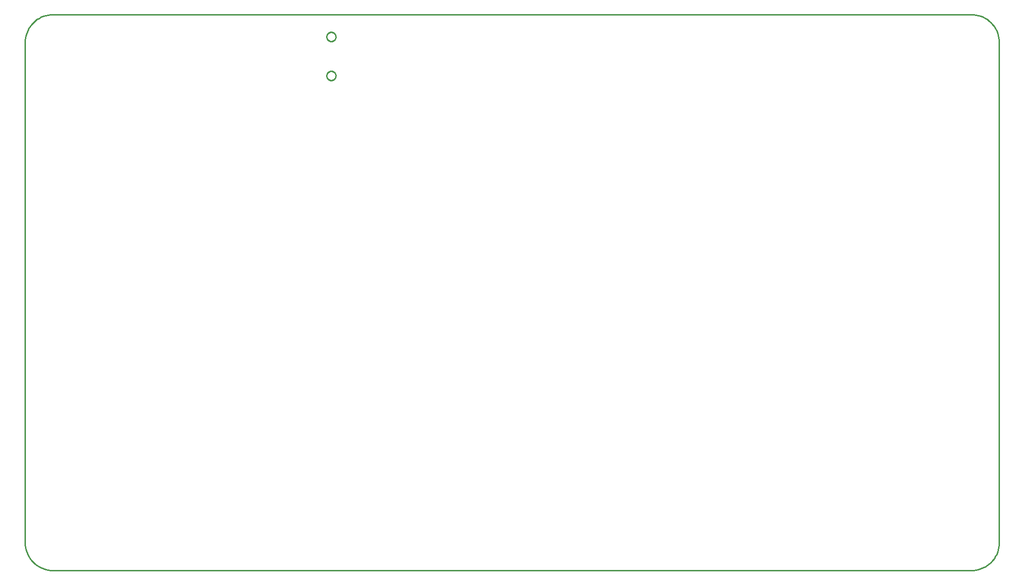
<source format=gbr>
G04 EAGLE Gerber RS-274X export*
G75*
%MOMM*%
%FSLAX34Y34*%
%LPD*%
%IN*%
%IPPOS*%
%AMOC8*
5,1,8,0,0,1.08239X$1,22.5*%
G01*
%ADD10C,0.254000*%


D10*
X0Y50000D02*
X190Y45642D01*
X760Y41318D01*
X1704Y37059D01*
X3015Y32899D01*
X4685Y28869D01*
X6699Y25000D01*
X9042Y21321D01*
X11698Y17861D01*
X14645Y14645D01*
X17861Y11698D01*
X21321Y9042D01*
X25000Y6699D01*
X28869Y4685D01*
X32899Y3015D01*
X37059Y1704D01*
X41318Y760D01*
X45642Y190D01*
X50000Y0D01*
X1700000Y0D01*
X1704358Y190D01*
X1708682Y760D01*
X1712941Y1704D01*
X1717101Y3015D01*
X1721131Y4685D01*
X1725000Y6699D01*
X1728679Y9042D01*
X1732139Y11698D01*
X1735355Y14645D01*
X1738302Y17861D01*
X1740958Y21321D01*
X1743301Y25000D01*
X1745315Y28869D01*
X1746985Y32899D01*
X1748296Y37059D01*
X1749240Y41318D01*
X1749810Y45642D01*
X1750000Y50000D01*
X1750000Y950000D01*
X1749810Y954358D01*
X1749240Y958682D01*
X1748296Y962941D01*
X1746985Y967101D01*
X1745315Y971131D01*
X1743301Y975000D01*
X1740958Y978679D01*
X1738302Y982139D01*
X1735355Y985355D01*
X1732139Y988302D01*
X1728679Y990958D01*
X1725000Y993301D01*
X1721131Y995315D01*
X1717101Y996985D01*
X1712941Y998296D01*
X1708682Y999240D01*
X1704358Y999810D01*
X1700000Y1000000D01*
X50000Y1000000D01*
X45642Y999810D01*
X41318Y999240D01*
X37059Y998296D01*
X32899Y996985D01*
X28869Y995315D01*
X25000Y993301D01*
X21321Y990958D01*
X17861Y988302D01*
X14645Y985355D01*
X11698Y982139D01*
X9042Y978679D01*
X6699Y975000D01*
X4685Y971131D01*
X3015Y967101D01*
X1704Y962941D01*
X760Y958682D01*
X190Y954358D01*
X0Y950000D01*
X0Y50000D01*
X549566Y951693D02*
X548759Y951773D01*
X547964Y951931D01*
X547188Y952166D01*
X546438Y952477D01*
X545723Y952859D01*
X545049Y953310D01*
X544422Y953824D01*
X543848Y954398D01*
X543334Y955025D01*
X542883Y955699D01*
X542501Y956414D01*
X542190Y957164D01*
X541955Y957940D01*
X541797Y958735D01*
X541717Y959542D01*
X541717Y960354D01*
X541797Y961161D01*
X541955Y961956D01*
X542190Y962732D01*
X542501Y963482D01*
X542883Y964197D01*
X543334Y964871D01*
X543848Y965498D01*
X544422Y966072D01*
X545049Y966586D01*
X545723Y967037D01*
X546438Y967419D01*
X547188Y967730D01*
X547964Y967965D01*
X548759Y968124D01*
X549566Y968203D01*
X550378Y968203D01*
X551185Y968124D01*
X551980Y967965D01*
X552756Y967730D01*
X553506Y967419D01*
X554221Y967037D01*
X554895Y966586D01*
X555522Y966072D01*
X556096Y965498D01*
X556610Y964871D01*
X557061Y964197D01*
X557443Y963482D01*
X557754Y962732D01*
X557989Y961956D01*
X558148Y961161D01*
X558227Y960354D01*
X558227Y959542D01*
X558148Y958735D01*
X557989Y957940D01*
X557754Y957164D01*
X557443Y956414D01*
X557061Y955699D01*
X556610Y955025D01*
X556096Y954398D01*
X555522Y953824D01*
X554895Y953310D01*
X554221Y952859D01*
X553506Y952477D01*
X552756Y952166D01*
X551980Y951931D01*
X551185Y951773D01*
X550378Y951693D01*
X549566Y951693D01*
X549566Y881589D02*
X548759Y881669D01*
X547964Y881827D01*
X547188Y882062D01*
X546438Y882373D01*
X545723Y882755D01*
X545049Y883206D01*
X544422Y883720D01*
X543848Y884294D01*
X543334Y884921D01*
X542883Y885595D01*
X542501Y886310D01*
X542190Y887060D01*
X541955Y887836D01*
X541797Y888631D01*
X541717Y889438D01*
X541717Y890250D01*
X541797Y891057D01*
X541955Y891852D01*
X542190Y892628D01*
X542501Y893378D01*
X542883Y894093D01*
X543334Y894767D01*
X543848Y895394D01*
X544422Y895968D01*
X545049Y896482D01*
X545723Y896933D01*
X546438Y897315D01*
X547188Y897626D01*
X547964Y897861D01*
X548759Y898020D01*
X549566Y898099D01*
X550378Y898099D01*
X551185Y898020D01*
X551980Y897861D01*
X552756Y897626D01*
X553506Y897315D01*
X554221Y896933D01*
X554895Y896482D01*
X555522Y895968D01*
X556096Y895394D01*
X556610Y894767D01*
X557061Y894093D01*
X557443Y893378D01*
X557754Y892628D01*
X557989Y891852D01*
X558148Y891057D01*
X558227Y890250D01*
X558227Y889438D01*
X558148Y888631D01*
X557989Y887836D01*
X557754Y887060D01*
X557443Y886310D01*
X557061Y885595D01*
X556610Y884921D01*
X556096Y884294D01*
X555522Y883720D01*
X554895Y883206D01*
X554221Y882755D01*
X553506Y882373D01*
X552756Y882062D01*
X551980Y881827D01*
X551185Y881669D01*
X550378Y881589D01*
X549566Y881589D01*
M02*

</source>
